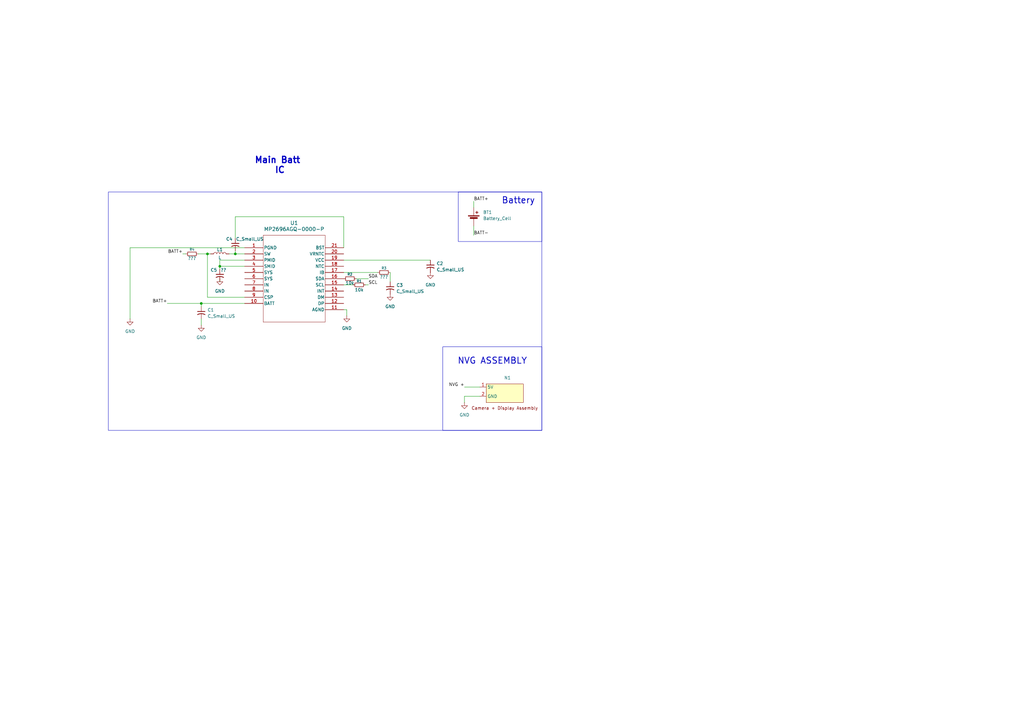
<source format=kicad_sch>
(kicad_sch (version 20250114) (generator "eeschema") (generator_version "9.0")
  (paper "A3")
  (lib_symbols
    (symbol "Custom:Camera + Display Lens Assembly"
      (property "Reference" "N" (at 0 7.874 0))
      (symbol "Camera + Display Lens Assembly_0_1"
        (rectangle (start -7.62 3.81) (end 7.62 -3.81) (fill (type background)))
      )
      (symbol "Camera + Display Lens Assembly_1_1"
        (text "Camera + Display Assembly\n" (at 0 -6.096 0) (effects (font (size 1.27 1.27))))
        (pin power_in line (at -10.16 2.54 0) (length 2.54) (name "5V") (number "1"))
        (pin power_in line (at -10.16 -1.27 0) (length 2.54) (name "GND") (number "2"))
      )
    )
    (symbol "Device:Battery_Cell" (pin_numbers (hide yes)) (pin_names (offset 0) (hide yes))
      (property "Reference" "BT" (at 2.54 2.54 0))
      (property "Value" "Battery_Cell" (at 2.54 0 0))
      (symbol "Battery_Cell_0_1"
        (rectangle (start -2.286 1.778) (end 2.286 1.524) (fill (type outline)))
        (rectangle (start -1.524 1.016) (end 1.524 0.508) (fill (type outline)))
        (polyline (pts (xy 0 1.778) (xy 0 2.54)))
        (polyline (pts (xy 0 0.762) (xy 0 0)))
        (polyline (pts (xy 0.762 3.048) (xy 1.778 3.048)) (stroke (width 0.254)))
        (polyline (pts (xy 1.27 3.556) (xy 1.27 2.54)) (stroke (width 0.254)))
      )
      (symbol "Battery_Cell_1_1"
        (pin passive line (at 0 5.08 270) (length 2.54) (name "+") (number "1"))
        (pin passive line (at 0 -2.54 90) (length 2.54) (name "-") (number "2"))
      )
    )
    (symbol "Device:C_Small_US" (pin_numbers (hide yes)) (pin_names (offset 0.254) (hide yes))
      (property "Reference" "C" (at 0.254 1.778 0))
      (property "Value" "C_Small_US" (at 0.254 -2.032 0))
      (symbol "C_Small_US_0_1"
        (polyline (pts (xy -1.524 0.508) (xy 1.524 0.508)) (stroke (width 0.3048)))
        (arc (start -1.524 -0.762) (mid 0 -0.3734) (end 1.524 -0.762) (stroke (width 0.3048)))
      )
      (symbol "C_Small_US_1_1"
        (pin passive line (at 0 2.54 270) (length 2.032) (name "~") (number "1"))
        (pin passive line (at 0 -2.54 90) (length 2.032) (name "~") (number "2"))
      )
    )
    (symbol "Device:L" (pin_numbers (hide yes)) (pin_names (offset 1.016) (hide yes))
      (property "Reference" "L" (at -1.27 0 90))
      (property "Value" "L" (at 1.905 0 90))
      (symbol "L_0_1"
        (arc (start 0 2.54) (mid 0.6323 1.905) (end 0 1.27))
        (arc (start 0 1.27) (mid 0.6323 0.635) (end 0 0))
        (arc (start 0 0) (mid 0.6323 -0.635) (end 0 -1.27))
        (arc (start 0 -1.27) (mid 0.6323 -1.905) (end 0 -2.54))
      )
      (symbol "L_1_1"
        (pin passive line (at 0 3.81 270) (length 1.27) (name "1") (number "1"))
        (pin passive line (at 0 -3.81 90) (length 1.27) (name "2") (number "2"))
      )
    )
    (symbol "Device:R_Small" (pin_numbers (hide yes)) (pin_names (offset 0.254) (hide yes))
      (property "Reference" "R" (at 0 0 90))
      (property "Value" "R_Small" (at 1.778 0 90))
      (symbol "R_Small_0_1"
        (rectangle (start -0.762 1.778) (end 0.762 -1.778) (stroke (width 0.2032)))
      )
      (symbol "R_Small_1_1"
        (pin passive line (at 0 2.54 270) (length 0.762) (name "~") (number "1"))
        (pin passive line (at 0 -2.54 90) (length 0.762) (name "~") (number "2"))
      )
    )
    (symbol "MP2696AGQ:MP2696AGQ-0000-P" (pin_names (offset 0.254))
      (property "Reference" "U" (at 20.32 10.16 0))
      (property "Value" "MP2696AGQ-0000-P" (at 20.32 7.62 0))
      (symbol "MP2696AGQ-0000-P_0_1"
        (polyline (pts (xy 7.62 5.08) (xy 7.62 -30.48)) (stroke (width 0.127)))
        (polyline (pts (xy 7.62 -30.48) (xy 33.02 -30.48)) (stroke (width 0.127)))
        (polyline (pts (xy 33.02 5.08) (xy 7.62 5.08)) (stroke (width 0.127)))
        (polyline (pts (xy 33.02 -30.48) (xy 33.02 5.08)) (stroke (width 0.127)))
        (pin power_in line (at 0 0 0) (length 7.62) (name "PGND") (number "1"))
        (pin power_in line (at 0 -2.54 0) (length 7.62) (name "SW") (number "2"))
        (pin power_in line (at 0 -5.08 0) (length 7.62) (name "PMID") (number "3"))
        (pin power_in line (at 0 -7.62 0) (length 7.62) (name "SMID") (number "4"))
        (pin power_in line (at 0 -10.16 0) (length 7.62) (name "SYS") (number "5"))
        (pin power_in line (at 0 -12.7 0) (length 7.62) (name "SYS") (number "6"))
        (pin power_in line (at 0 -15.24 0) (length 7.62) (name "IN") (number "7"))
        (pin power_in line (at 0 -17.78 0) (length 7.62) (name "IN") (number "8"))
        (pin input line (at 0 -20.32 0) (length 7.62) (name "CSP") (number "9"))
        (pin input line (at 0 -22.86 0) (length 7.62) (name "BATT") (number "10"))
        (pin input line (at 40.64 0 180) (length 7.62) (name "BST") (number "21"))
        (pin output line (at 40.64 -2.54 180) (length 7.62) (name "VRNTC") (number "20"))
        (pin input line (at 40.64 -5.08 180) (length 7.62) (name "VCC") (number "19"))
        (pin input line (at 40.64 -7.62 180) (length 7.62) (name "NTC") (number "18"))
        (pin input line (at 40.64 -10.16 180) (length 7.62) (name "IB") (number "17"))
        (pin bidirectional line (at 40.64 -12.7 180) (length 7.62) (name "SDA") (number "16"))
        (pin bidirectional line (at 40.64 -15.24 180) (length 7.62) (name "SCL") (number "15"))
        (pin output line (at 40.64 -17.78 180) (length 7.62) (name "INT") (number "14"))
        (pin bidirectional line (at 40.64 -20.32 180) (length 7.62) (name "DM") (number "13"))
        (pin bidirectional line (at 40.64 -22.86 180) (length 7.62) (name "DP") (number "12"))
        (pin power_in line (at 40.64 -25.4 180) (length 7.62) (name "AGND") (number "11"))
      )
    )
    (symbol "power:GND" (power) (pin_numbers (hide yes)) (pin_names (offset 0) (hide yes))
      (property "Value" "GND" (at 0 -3.81 0))
      (symbol "GND_0_1"
        (polyline (pts (xy 0 0) (xy 0 -1.27) (xy 1.27 -1.27) (xy 0 -2.54) (xy -1.27 -1.27) (xy 0 -1.27)))
      )
      (symbol "GND_1_1"
        (pin power_in line (at 0 0 270) (length 0) (name "~") (number "1"))
      )
    )
  )
  (rectangle (start 187.96 78.74) (end 222.25 99.06))
  (rectangle (start 181.61 142.24) (end 222.25 176.53))
  (rectangle (start 44.45 78.74) (end 222.25 176.53))
  (text "Battery\n" (at 212.598 82.296 0) (effects (font (size 2.54 2.54) (thickness 0.3175))))
  (text "Main Batt \nIC" (at 114.808 67.818 0) (effects (font (size 2.54 2.54) (thickness 0.508) (bold yes))))
  (text "NVG ASSEMBLY\n" (at 201.93 148.082 0) (effects (font (size 2.54 2.54) (thickness 0.3175))))
  (junction (at 85.09 104.14))
  (junction (at 96.52 104.14))
  (junction (at 90.17 109.22))
  (junction (at 82.55 124.46))
  (wire (pts (xy 151.13 116.84) (xy 149.86 116.84)))
  (wire (pts (xy 142.24 129.54) (xy 142.24 127)))
  (wire (pts (xy 140.97 111.76) (xy 154.94 111.76)))
  (wire (pts (xy 96.52 102.87) (xy 96.52 104.14)))
  (wire (pts (xy 82.55 125.73) (xy 82.55 124.46)))
  (wire (pts (xy 53.34 130.81) (xy 53.34 101.6)))
  (wire (pts (xy 85.09 104.14) (xy 86.36 104.14)))
  (wire (pts (xy 194.31 92.71) (xy 194.31 96.52)))
  (wire (pts (xy 93.98 104.14) (xy 96.52 104.14)))
  (wire (pts (xy 85.09 121.92) (xy 85.09 104.14)))
  (wire (pts (xy 74.93 104.14) (xy 76.2 104.14)))
  (wire (pts (xy 142.24 127) (xy 140.97 127)))
  (wire (pts (xy 82.55 124.46) (xy 100.33 124.46)))
  (wire (pts (xy 146.05 114.3) (xy 151.13 114.3)))
  (wire (pts (xy 140.97 106.68) (xy 176.53 106.68)))
  (wire (pts (xy 90.17 106.68) (xy 90.17 109.22)))
  (wire (pts (xy 190.5 158.75) (xy 196.85 158.75)))
  (wire (pts (xy 90.17 115.57) (xy 90.17 114.3)))
  (wire (pts (xy 68.58 124.46) (xy 82.55 124.46)))
  (wire (pts (xy 160.02 111.76) (xy 160.02 115.57)))
  (wire (pts (xy 140.97 116.84) (xy 144.78 116.84)))
  (wire (pts (xy 90.17 110.49) (xy 90.17 109.22)))
  (wire (pts (xy 82.55 130.81) (xy 82.55 133.35)))
  (wire (pts (xy 96.52 104.14) (xy 100.33 104.14)))
  (wire (pts (xy 53.34 101.6) (xy 100.33 101.6)))
  (wire (pts (xy 96.52 88.9) (xy 96.52 97.79)))
  (wire (pts (xy 100.33 121.92) (xy 85.09 121.92)))
  (wire (pts (xy 100.33 106.68) (xy 90.17 106.68)))
  (wire (pts (xy 194.31 82.55) (xy 194.31 85.09)))
  (wire (pts (xy 140.97 88.9) (xy 96.52 88.9)))
  (wire (pts (xy 81.28 104.14) (xy 85.09 104.14)))
  (wire (pts (xy 190.5 162.56) (xy 190.5 165.1)))
  (wire (pts (xy 90.17 109.22) (xy 100.33 109.22)))
  (wire (pts (xy 196.85 162.56) (xy 190.5 162.56)))
  (wire (pts (xy 140.97 101.6) (xy 140.97 88.9)))
  (label "BATT+" (at 68.58 124.46 180))
  (label "SCL" (at 151.13 116.84 0))
  (label "BATT-" (at 194.31 96.52 0))
  (label "NVG +" (at 190.5 158.75 180))
  (label "SDA" (at 151.13 114.3 0))
  (label "BATT+" (at 74.93 104.14 180))
  (label "BATT+" (at 194.31 82.55 0))
  (symbol (lib_id "power:GND") (at 176.53 111.76 0) (unit 1)
    (property "Reference" "#PWR03" (effects (hide yes)))
    (property "Value" "GND" (at 176.53 116.84 0))
    (property "Description" "Power symbol creates a global label with name \"GND\" , ground" (effects (hide yes)))
  )
  (symbol (lib_id "Device:R_Small") (at 157.48 111.76 90) (unit 1)
    (property "Reference" "R3" (at 157.48 109.982 90) (effects (font (size 1.016 1.016))))
    (property "Value" "???" (at 157.48 113.538 90))
    (property "Description" "Resistor, small symbol" (effects (hide yes)))
  )
  (symbol (lib_id "Device:R_Small") (at 147.32 116.84 90) (unit 1)
    (property "Reference" "R1" (at 147.32 115.316 90) (effects (font (size 1.016 1.016))))
    (property "Value" "10k" (at 147.32 118.872 90))
    (property "Description" "Resistor, small symbol" (effects (hide yes)))
  )
  (symbol (lib_id "power:GND") (at 142.24 129.54 0) (unit 1)
    (property "Reference" "#PWR05" (effects (hide yes)))
    (property "Value" "GND" (at 142.24 134.62 0))
    (property "Description" "Power symbol creates a global label with name \"GND\" , ground" (effects (hide yes)))
  )
  (symbol (lib_id "power:GND") (at 160.02 120.65 0) (unit 1)
    (property "Reference" "#PWR04" (effects (hide yes)))
    (property "Value" "GND" (at 160.02 125.73 0))
    (property "Description" "Power symbol creates a global label with name \"GND\" , ground" (effects (hide yes)))
  )
  (symbol (lib_id "Device:C_Small_US") (at 96.52 100.33 0) (unit 1)
    (property "Reference" "C4" (at 92.71 98.044 0) (effects (justify left)))
    (property "Value" "C_Small_US" (at 96.774 98.044 0) (effects (justify left)))
    (property "Description" "capacitor, small US symbol" (effects (hide yes)))
  )
  (symbol (lib_id "power:GND") (at 53.34 130.81 0) (unit 1)
    (property "Reference" "#PWR01" (effects (hide yes)))
    (property "Value" "GND" (at 53.34 135.89 0))
    (property "Description" "Power symbol creates a global label with name \"GND\" , ground" (effects (hide yes)))
  )
  (symbol (lib_id "Device:L") (at 90.17 104.14 90) (unit 1)
    (property "Reference" "L1" (at 90.17 102.362 90))
    (property "Value" "L" (at 90.17 105.664 90))
    (property "Description" "Inductor" (effects (hide yes)))
  )
  (symbol (lib_id "Device:C_Small_US") (at 160.02 118.11 0) (unit 1)
    (property "Reference" "C3" (at 162.56 116.9669 0) (effects (justify left)))
    (property "Value" "C_Small_US" (at 162.56 119.5069 0) (effects (justify left)))
    (property "Description" "capacitor, small US symbol" (effects (hide yes)))
  )
  (symbol (lib_id "Device:R_Small") (at 143.51 114.3 90) (unit 1)
    (property "Reference" "R2" (at 143.51 112.522 90) (effects (font (size 1.016 1.016))))
    (property "Value" "10k" (at 143.51 116.078 90))
    (property "Description" "Resistor, small symbol" (effects (hide yes)))
  )
  (symbol (lib_id "Device:C_Small_US") (at 176.53 109.22 0) (unit 1)
    (property "Reference" "C2" (at 179.07 108.0769 0) (effects (justify left)))
    (property "Value" "C_Small_US" (at 179.07 110.6169 0) (effects (justify left)))
    (property "Description" "capacitor, small US symbol" (effects (hide yes)))
  )
  (symbol (lib_id "MP2696AGQ:MP2696AGQ-0000-P") (at 100.33 101.6 0) (unit 1)
    (property "Reference" "U1" (at 120.65 91.44 0) (effects (font (size 1.524 1.524))))
    (property "Value" "MP2696AGQ-0000-P" (at 120.65 93.98 0) (effects (font (size 1.524 1.524))))
    (property "Footprint" "QFN21_3MMx3MM_MNP" (effects (hide yes)))
    (property "Datasheet" "https://www.monolithicpower.com/en/documentview/productdocument/index/version/2/document_type/Datasheet/lang/en/sku/MP2696A" (effects (hide yes)))
  )
  (symbol (lib_id "Device:Battery_Cell") (at 194.31 90.17 0) (unit 1)
    (property "Reference" "BT1" (at 198.12 87.0584 0) (effects (justify left)))
    (property "Value" "Battery_Cell" (at 198.12 89.5984 0) (effects (justify left)))
    (property "Description" "Single-cell battery" (effects (hide yes)))
  )
  (symbol (lib_id "power:GND") (at 190.5 165.1 0) (unit 1)
    (property "Reference" "#PWR06" (effects (hide yes)))
    (property "Value" "GND" (at 190.5 170.18 0))
    (property "Description" "Power symbol creates a global label with name \"GND\" , ground" (effects (hide yes)))
  )
  (symbol (lib_id "Custom:Camera + Display Lens Assembly") (at 207.01 161.29 0) (unit 1)
    (property "Reference" "N1" (at 206.756 154.94 0) (effects (justify left)))
  )
  (symbol (lib_id "power:GND") (at 82.55 133.35 0) (unit 1)
    (property "Reference" "#PWR02" (effects (hide yes)))
    (property "Value" "GND" (at 82.55 138.43 0))
    (property "Description" "Power symbol creates a global label with name \"GND\" , ground" (effects (hide yes)))
  )
  (symbol (lib_id "power:GND") (at 90.17 114.3 0) (unit 1)
    (property "Reference" "#PWR07" (effects (hide yes)))
    (property "Value" "GND" (at 90.17 119.38 0))
    (property "Description" "Power symbol creates a global label with name \"GND\" , ground" (effects (hide yes)))
  )
  (symbol (lib_id "Device:R_Small") (at 78.74 104.14 90) (unit 1)
    (property "Reference" "R4" (at 78.74 102.362 90) (effects (font (size 1.016 1.016))))
    (property "Value" "???" (at 78.74 105.918 90))
    (property "Description" "Resistor, small symbol" (effects (hide yes)))
  )
  (symbol (lib_id "Device:C_Small_US") (at 90.17 113.03 0) (unit 1)
    (property "Reference" "C5" (at 86.36 110.744 0) (effects (justify left)))
    (property "Value" "??" (at 90.424 110.744 0) (effects (justify left)))
    (property "Description" "capacitor, small US symbol" (effects (hide yes)))
  )
  (symbol (lib_id "Device:C_Small_US") (at 82.55 128.27 0) (unit 1)
    (property "Reference" "C1" (at 85.09 127.1269 0) (effects (justify left)))
    (property "Value" "C_Small_US" (at 85.09 129.6669 0) (effects (justify left)))
    (property "Description" "capacitor, small US symbol" (effects (hide yes)))
  )
)
</source>
